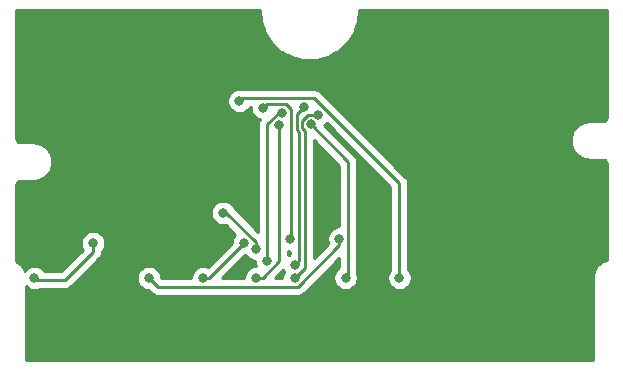
<source format=gbl>
%TF.GenerationSoftware,KiCad,Pcbnew,(5.1.8)-1*%
%TF.CreationDate,2020-12-20T15:01:14+01:00*%
%TF.ProjectId,GBA Cart,47424120-4361-4727-942e-6b696361645f,rev?*%
%TF.SameCoordinates,Original*%
%TF.FileFunction,Copper,L2,Bot*%
%TF.FilePolarity,Positive*%
%FSLAX46Y46*%
G04 Gerber Fmt 4.6, Leading zero omitted, Abs format (unit mm)*
G04 Created by KiCad (PCBNEW (5.1.8)-1) date 2020-12-20 15:01:14*
%MOMM*%
%LPD*%
G01*
G04 APERTURE LIST*
%TA.AperFunction,ViaPad*%
%ADD10C,0.800000*%
%TD*%
%TA.AperFunction,Conductor*%
%ADD11C,0.250000*%
%TD*%
%TA.AperFunction,NonConductor*%
%ADD12C,0.254000*%
%TD*%
%TA.AperFunction,NonConductor*%
%ADD13C,0.100000*%
%TD*%
G04 APERTURE END LIST*
D10*
%TO.N,VCC*%
X32479100Y-47153100D03*
X27511600Y-50096500D03*
%TO.N,A2*%
X37187800Y-50114200D03*
X53322800Y-46779100D03*
%TO.N,A5*%
X41811300Y-50113100D03*
X45263600Y-47169200D03*
%TO.N,A8*%
X46306200Y-50101700D03*
X48252000Y-37127000D03*
%TO.N,A9*%
X47214200Y-48668400D03*
X48470100Y-36126600D03*
%TO.N,A10*%
X49532400Y-50114200D03*
X51515800Y-36296700D03*
%TO.N,A11*%
X49564800Y-49044900D03*
X50331500Y-35619500D03*
%TO.N,A12*%
X46263900Y-47626800D03*
X43493500Y-44603900D03*
%TO.N,A13*%
X49180400Y-46837600D03*
X46867600Y-35697500D03*
%TO.N,A14*%
X53860800Y-50100200D03*
X50903400Y-37099200D03*
%TO.N,A17*%
X58405600Y-50102300D03*
X44857800Y-35123800D03*
%TD*%
D11*
%TO.N,VCC*%
X32479100Y-47153100D02*
X32479100Y-47899100D01*
X32479100Y-47899100D02*
X30101900Y-50276300D01*
X30101900Y-50276300D02*
X27691400Y-50276300D01*
X27691400Y-50276300D02*
X27511600Y-50096500D01*
%TO.N,A2*%
X37187800Y-50114200D02*
X37940400Y-50866800D01*
X37940400Y-50866800D02*
X49811100Y-50866800D01*
X49811100Y-50866800D02*
X53322800Y-47355100D01*
X53322800Y-47355100D02*
X53322800Y-46779100D01*
%TO.N,A5*%
X45263600Y-47169200D02*
X42319700Y-50113100D01*
X42319700Y-50113100D02*
X41811300Y-50113100D01*
%TO.N,A8*%
X46306200Y-50101700D02*
X46822200Y-50101700D01*
X46822200Y-50101700D02*
X48252000Y-48671900D01*
X48252000Y-48671900D02*
X48252000Y-37127000D01*
%TO.N,A9*%
X47214200Y-48668400D02*
X47214200Y-37107500D01*
X47214200Y-37107500D02*
X48195100Y-36126600D01*
X48195100Y-36126600D02*
X48470100Y-36126600D01*
%TO.N,A10*%
X51515800Y-36296700D02*
X50680200Y-36296700D01*
X50680200Y-36296700D02*
X50178100Y-36798800D01*
X50178100Y-36798800D02*
X50178100Y-37399600D01*
X50178100Y-37399600D02*
X50411900Y-37633400D01*
X50411900Y-37633400D02*
X50411900Y-49234700D01*
X50411900Y-49234700D02*
X49532400Y-50114200D01*
%TO.N,A11*%
X49564800Y-49044900D02*
X49911300Y-48698400D01*
X49911300Y-48698400D02*
X49911300Y-37769700D01*
X49911300Y-37769700D02*
X49727800Y-37586200D01*
X49727800Y-37586200D02*
X49727800Y-36223200D01*
X49727800Y-36223200D02*
X50331500Y-35619500D01*
%TO.N,A12*%
X46263900Y-47626800D02*
X46263900Y-47105400D01*
X46263900Y-47105400D02*
X43762500Y-44604000D01*
X43762500Y-44604000D02*
X43493500Y-44604000D01*
X43493500Y-44604000D02*
X43493500Y-44603900D01*
%TO.N,A13*%
X46867600Y-35697500D02*
X47172000Y-35393100D01*
X47172000Y-35393100D02*
X48816000Y-35393100D01*
X48816000Y-35393100D02*
X49195400Y-35772500D01*
X49195400Y-35772500D02*
X49195400Y-46822600D01*
X49195400Y-46822600D02*
X49180400Y-46837600D01*
%TO.N,A14*%
X50903400Y-37099200D02*
X54087600Y-40283400D01*
X54087600Y-40283400D02*
X54087600Y-49873400D01*
X54087600Y-49873400D02*
X53860800Y-50100200D01*
%TO.N,A17*%
X44857800Y-35123800D02*
X45108300Y-34873300D01*
X45108300Y-34873300D02*
X51167900Y-34873300D01*
X51167900Y-34873300D02*
X58405600Y-42111000D01*
X58405600Y-42111000D02*
X58405600Y-50102300D01*
%TD*%
D12*
X75956441Y-36480385D02*
X75947218Y-36574446D01*
X75929634Y-36632687D01*
X75901075Y-36686400D01*
X75862623Y-36733546D01*
X75815750Y-36772323D01*
X75762236Y-36801258D01*
X75704117Y-36819249D01*
X75612295Y-36828900D01*
X74507793Y-36828900D01*
X74473659Y-36832262D01*
X74461332Y-36832262D01*
X74451820Y-36833262D01*
X74267568Y-36853929D01*
X74206836Y-36866838D01*
X74145940Y-36878896D01*
X74136804Y-36881723D01*
X73960074Y-36937785D01*
X73903032Y-36962233D01*
X73845607Y-36985902D01*
X73837193Y-36990451D01*
X73674719Y-37079772D01*
X73623471Y-37114863D01*
X73571779Y-37149207D01*
X73564410Y-37155303D01*
X73422380Y-37274481D01*
X73378942Y-37318838D01*
X73334889Y-37362585D01*
X73328844Y-37369997D01*
X73212668Y-37514491D01*
X73178699Y-37566401D01*
X73143955Y-37617912D01*
X73139465Y-37626356D01*
X73053566Y-37790665D01*
X73030312Y-37848220D01*
X73006249Y-37905465D01*
X73003485Y-37914621D01*
X72951137Y-38092485D01*
X72939499Y-38153492D01*
X72927020Y-38214286D01*
X72926086Y-38223804D01*
X72909282Y-38408448D01*
X72909716Y-38470538D01*
X72909283Y-38532618D01*
X72910216Y-38542136D01*
X72929597Y-38726529D01*
X72942086Y-38787369D01*
X72953714Y-38848326D01*
X72956478Y-38857482D01*
X72956479Y-38857487D01*
X72956481Y-38857492D01*
X73011304Y-39034599D01*
X73035378Y-39091868D01*
X73058621Y-39149398D01*
X73063106Y-39157833D01*
X73063110Y-39157842D01*
X73063115Y-39157849D01*
X73151295Y-39320935D01*
X73186003Y-39372392D01*
X73220009Y-39424358D01*
X73226054Y-39431770D01*
X73344238Y-39574629D01*
X73388293Y-39618377D01*
X73431728Y-39662731D01*
X73439097Y-39668828D01*
X73582777Y-39786011D01*
X73634500Y-39820376D01*
X73685715Y-39855444D01*
X73694121Y-39859989D01*
X73694129Y-39859994D01*
X73694137Y-39859997D01*
X73857834Y-39947038D01*
X73915261Y-39970708D01*
X73972302Y-39995155D01*
X73981430Y-39997981D01*
X73981436Y-39997983D01*
X73981442Y-39997984D01*
X74158932Y-40051571D01*
X74219821Y-40063627D01*
X74280560Y-40076538D01*
X74290071Y-40077538D01*
X74474594Y-40095631D01*
X74474603Y-40095631D01*
X74507793Y-40098900D01*
X75607935Y-40098900D01*
X75701987Y-40108122D01*
X75760226Y-40125705D01*
X75813941Y-40154266D01*
X75861086Y-40192716D01*
X75899864Y-40239591D01*
X75928798Y-40293104D01*
X75946789Y-40351223D01*
X75956440Y-40443045D01*
X75956441Y-48569313D01*
X75936536Y-48573110D01*
X75927380Y-48575874D01*
X75778231Y-48622043D01*
X75721003Y-48646099D01*
X75663429Y-48669361D01*
X75654991Y-48673847D01*
X75654987Y-48673849D01*
X75654984Y-48673851D01*
X75517642Y-48748112D01*
X75466196Y-48782813D01*
X75414223Y-48816823D01*
X75406811Y-48822868D01*
X75286508Y-48922391D01*
X75242741Y-48966465D01*
X75198402Y-49009885D01*
X75192305Y-49017254D01*
X75093625Y-49138248D01*
X75059266Y-49189963D01*
X75024193Y-49241185D01*
X75019644Y-49249598D01*
X74946344Y-49387456D01*
X74922679Y-49444871D01*
X74898227Y-49501922D01*
X74895400Y-49511054D01*
X74895400Y-49511056D01*
X74895399Y-49511058D01*
X74850272Y-49660528D01*
X74838214Y-49721424D01*
X74825305Y-49782156D01*
X74824305Y-49791668D01*
X74809069Y-49947055D01*
X74809069Y-49947064D01*
X74805800Y-49980254D01*
X74805801Y-57028900D01*
X26775800Y-57028900D01*
X26775800Y-50824411D01*
X26851826Y-50900437D01*
X27021344Y-51013705D01*
X27209702Y-51091726D01*
X27409661Y-51131500D01*
X27613539Y-51131500D01*
X27813498Y-51091726D01*
X27947307Y-51036300D01*
X30064578Y-51036300D01*
X30101900Y-51039976D01*
X30139222Y-51036300D01*
X30139233Y-51036300D01*
X30250886Y-51025303D01*
X30394147Y-50981846D01*
X30526176Y-50911274D01*
X30641901Y-50816301D01*
X30665704Y-50787297D01*
X31440740Y-50012261D01*
X36152800Y-50012261D01*
X36152800Y-50216139D01*
X36192574Y-50416098D01*
X36270595Y-50604456D01*
X36383863Y-50773974D01*
X36528026Y-50918137D01*
X36697544Y-51031405D01*
X36885902Y-51109426D01*
X37085861Y-51149200D01*
X37147998Y-51149200D01*
X37376601Y-51377802D01*
X37400399Y-51406801D01*
X37429397Y-51430599D01*
X37516123Y-51501774D01*
X37648153Y-51572346D01*
X37791414Y-51615803D01*
X37903067Y-51626800D01*
X37903076Y-51626800D01*
X37940399Y-51630476D01*
X37977722Y-51626800D01*
X49773778Y-51626800D01*
X49811100Y-51630476D01*
X49848422Y-51626800D01*
X49848433Y-51626800D01*
X49960086Y-51615803D01*
X50103347Y-51572346D01*
X50235376Y-51501774D01*
X50351101Y-51406801D01*
X50374904Y-51377797D01*
X53327601Y-48425101D01*
X53327601Y-49211689D01*
X53201026Y-49296263D01*
X53056863Y-49440426D01*
X52943595Y-49609944D01*
X52865574Y-49798302D01*
X52825800Y-49998261D01*
X52825800Y-50202139D01*
X52865574Y-50402098D01*
X52943595Y-50590456D01*
X53056863Y-50759974D01*
X53201026Y-50904137D01*
X53370544Y-51017405D01*
X53558902Y-51095426D01*
X53758861Y-51135200D01*
X53962739Y-51135200D01*
X54162698Y-51095426D01*
X54351056Y-51017405D01*
X54520574Y-50904137D01*
X54664737Y-50759974D01*
X54778005Y-50590456D01*
X54856026Y-50402098D01*
X54895800Y-50202139D01*
X54895800Y-49998261D01*
X54856026Y-49798302D01*
X54847600Y-49777960D01*
X54847600Y-40320723D01*
X54851276Y-40283400D01*
X54847600Y-40246077D01*
X54847600Y-40246067D01*
X54836603Y-40134414D01*
X54793146Y-39991153D01*
X54722574Y-39859124D01*
X54627601Y-39743399D01*
X54598604Y-39719602D01*
X52058119Y-37179118D01*
X52175574Y-37100637D01*
X52248005Y-37028206D01*
X57645600Y-42425802D01*
X57645601Y-49398588D01*
X57601663Y-49442526D01*
X57488395Y-49612044D01*
X57410374Y-49800402D01*
X57370600Y-50000361D01*
X57370600Y-50204239D01*
X57410374Y-50404198D01*
X57488395Y-50592556D01*
X57601663Y-50762074D01*
X57745826Y-50906237D01*
X57915344Y-51019505D01*
X58103702Y-51097526D01*
X58303661Y-51137300D01*
X58507539Y-51137300D01*
X58707498Y-51097526D01*
X58895856Y-51019505D01*
X59065374Y-50906237D01*
X59209537Y-50762074D01*
X59322805Y-50592556D01*
X59400826Y-50404198D01*
X59440600Y-50204239D01*
X59440600Y-50000361D01*
X59400826Y-49800402D01*
X59322805Y-49612044D01*
X59209537Y-49442526D01*
X59165600Y-49398589D01*
X59165600Y-42148333D01*
X59169277Y-42111000D01*
X59157106Y-41987422D01*
X59154603Y-41962014D01*
X59111146Y-41818753D01*
X59040574Y-41686724D01*
X58945601Y-41570999D01*
X58916604Y-41547202D01*
X51731704Y-34362303D01*
X51707901Y-34333299D01*
X51592176Y-34238326D01*
X51460147Y-34167754D01*
X51316886Y-34124297D01*
X51205233Y-34113300D01*
X51205222Y-34113300D01*
X51167900Y-34109624D01*
X51130578Y-34113300D01*
X45145622Y-34113300D01*
X45108299Y-34109624D01*
X45078958Y-34112514D01*
X44959739Y-34088800D01*
X44755861Y-34088800D01*
X44555902Y-34128574D01*
X44367544Y-34206595D01*
X44198026Y-34319863D01*
X44053863Y-34464026D01*
X43940595Y-34633544D01*
X43862574Y-34821902D01*
X43822800Y-35021861D01*
X43822800Y-35225739D01*
X43862574Y-35425698D01*
X43940595Y-35614056D01*
X44053863Y-35783574D01*
X44198026Y-35927737D01*
X44367544Y-36041005D01*
X44555902Y-36119026D01*
X44755861Y-36158800D01*
X44959739Y-36158800D01*
X45159698Y-36119026D01*
X45348056Y-36041005D01*
X45517574Y-35927737D01*
X45661737Y-35783574D01*
X45762147Y-35633300D01*
X45832600Y-35633300D01*
X45832600Y-35799439D01*
X45872374Y-35999398D01*
X45950395Y-36187756D01*
X46063663Y-36357274D01*
X46207826Y-36501437D01*
X46377344Y-36614705D01*
X46565702Y-36692726D01*
X46573335Y-36694244D01*
X46508654Y-36815254D01*
X46478380Y-36915058D01*
X46465198Y-36958514D01*
X46454201Y-37070167D01*
X46450524Y-37107500D01*
X46454201Y-37144832D01*
X46454200Y-46220898D01*
X44455791Y-44222490D01*
X44410705Y-44113644D01*
X44297437Y-43944126D01*
X44153274Y-43799963D01*
X43983756Y-43686695D01*
X43795398Y-43608674D01*
X43595439Y-43568900D01*
X43391561Y-43568900D01*
X43191602Y-43608674D01*
X43003244Y-43686695D01*
X42833726Y-43799963D01*
X42689563Y-43944126D01*
X42576295Y-44113644D01*
X42498274Y-44302002D01*
X42458500Y-44501961D01*
X42458500Y-44705839D01*
X42498274Y-44905798D01*
X42576295Y-45094156D01*
X42689563Y-45263674D01*
X42833726Y-45407837D01*
X43003244Y-45521105D01*
X43191602Y-45599126D01*
X43391561Y-45638900D01*
X43595439Y-45638900D01*
X43701502Y-45617803D01*
X44526394Y-46442695D01*
X44459663Y-46509426D01*
X44346395Y-46678944D01*
X44268374Y-46867302D01*
X44228600Y-47067261D01*
X44228600Y-47129398D01*
X42202949Y-49155050D01*
X42113198Y-49117874D01*
X41913239Y-49078100D01*
X41709361Y-49078100D01*
X41509402Y-49117874D01*
X41321044Y-49195895D01*
X41151526Y-49309163D01*
X41007363Y-49453326D01*
X40894095Y-49622844D01*
X40816074Y-49811202D01*
X40776300Y-50011161D01*
X40776300Y-50106800D01*
X38255202Y-50106800D01*
X38222800Y-50074398D01*
X38222800Y-50012261D01*
X38183026Y-49812302D01*
X38105005Y-49623944D01*
X37991737Y-49454426D01*
X37847574Y-49310263D01*
X37678056Y-49196995D01*
X37489698Y-49118974D01*
X37289739Y-49079200D01*
X37085861Y-49079200D01*
X36885902Y-49118974D01*
X36697544Y-49196995D01*
X36528026Y-49310263D01*
X36383863Y-49454426D01*
X36270595Y-49623944D01*
X36192574Y-49812302D01*
X36152800Y-50012261D01*
X31440740Y-50012261D01*
X32990108Y-48462895D01*
X33019101Y-48439101D01*
X33042895Y-48410108D01*
X33042899Y-48410104D01*
X33100911Y-48339415D01*
X33114074Y-48323376D01*
X33184646Y-48191347D01*
X33228103Y-48048086D01*
X33239100Y-47936433D01*
X33239100Y-47936424D01*
X33242776Y-47899101D01*
X33239100Y-47861778D01*
X33239100Y-47856811D01*
X33283037Y-47812874D01*
X33396305Y-47643356D01*
X33474326Y-47454998D01*
X33514100Y-47255039D01*
X33514100Y-47051161D01*
X33474326Y-46851202D01*
X33396305Y-46662844D01*
X33283037Y-46493326D01*
X33138874Y-46349163D01*
X32969356Y-46235895D01*
X32780998Y-46157874D01*
X32581039Y-46118100D01*
X32377161Y-46118100D01*
X32177202Y-46157874D01*
X31988844Y-46235895D01*
X31819326Y-46349163D01*
X31675163Y-46493326D01*
X31561895Y-46662844D01*
X31483874Y-46851202D01*
X31444100Y-47051161D01*
X31444100Y-47255039D01*
X31483874Y-47454998D01*
X31561895Y-47643356D01*
X31601207Y-47702190D01*
X29787099Y-49516300D01*
X28368707Y-49516300D01*
X28315537Y-49436726D01*
X28171374Y-49292563D01*
X28001856Y-49179295D01*
X27813498Y-49101274D01*
X27613539Y-49061500D01*
X27409661Y-49061500D01*
X27209702Y-49101274D01*
X27021344Y-49179295D01*
X26851826Y-49292563D01*
X26707663Y-49436726D01*
X26675644Y-49484647D01*
X26658601Y-49444103D01*
X26635339Y-49386529D01*
X26630849Y-49378084D01*
X26556588Y-49240742D01*
X26521887Y-49189296D01*
X26487877Y-49137323D01*
X26481832Y-49129911D01*
X26382309Y-49009608D01*
X26338235Y-48965841D01*
X26294815Y-48921502D01*
X26287446Y-48915405D01*
X26166452Y-48816725D01*
X26114737Y-48782366D01*
X26063515Y-48747293D01*
X26055102Y-48742744D01*
X25975800Y-48700579D01*
X25975800Y-42247405D01*
X25985022Y-42153353D01*
X26002605Y-42095114D01*
X26031166Y-42041399D01*
X26069616Y-41994254D01*
X26116491Y-41955476D01*
X26170004Y-41926542D01*
X26228123Y-41908551D01*
X26319945Y-41898900D01*
X27424447Y-41898900D01*
X27458581Y-41895538D01*
X27470908Y-41895538D01*
X27480420Y-41894538D01*
X27664671Y-41873871D01*
X27725428Y-41860957D01*
X27786300Y-41848904D01*
X27795433Y-41846077D01*
X27795439Y-41846076D01*
X27795445Y-41846074D01*
X27972166Y-41790015D01*
X28029220Y-41765562D01*
X28086633Y-41741898D01*
X28095047Y-41737349D01*
X28257521Y-41648028D01*
X28308776Y-41612933D01*
X28360460Y-41578594D01*
X28367830Y-41572497D01*
X28509860Y-41453319D01*
X28553317Y-41408942D01*
X28597350Y-41365215D01*
X28603395Y-41357804D01*
X28719572Y-41213309D01*
X28753551Y-41161384D01*
X28788285Y-41109888D01*
X28792775Y-41101444D01*
X28878674Y-40937135D01*
X28901939Y-40879551D01*
X28925991Y-40822335D01*
X28928755Y-40813179D01*
X28981103Y-40635316D01*
X28992742Y-40574301D01*
X29005220Y-40513514D01*
X29006154Y-40503996D01*
X29022958Y-40319352D01*
X29022524Y-40257262D01*
X29022957Y-40195183D01*
X29022024Y-40185664D01*
X29002643Y-40001272D01*
X28990162Y-39940469D01*
X28978527Y-39879474D01*
X28975762Y-39870318D01*
X28975761Y-39870313D01*
X28975759Y-39870308D01*
X28920936Y-39693202D01*
X28896873Y-39635957D01*
X28873619Y-39578402D01*
X28869129Y-39569958D01*
X28780945Y-39406865D01*
X28746237Y-39355408D01*
X28712231Y-39303442D01*
X28706186Y-39296030D01*
X28588002Y-39153171D01*
X28543950Y-39109426D01*
X28500512Y-39065068D01*
X28493143Y-39058972D01*
X28493140Y-39058969D01*
X28493136Y-39058967D01*
X28349463Y-38941789D01*
X28297756Y-38907435D01*
X28246525Y-38872356D01*
X28238115Y-38867808D01*
X28238107Y-38867804D01*
X28074406Y-38780763D01*
X28017028Y-38757113D01*
X27959938Y-38732645D01*
X27950802Y-38729817D01*
X27773308Y-38676229D01*
X27712427Y-38664174D01*
X27651681Y-38651262D01*
X27642169Y-38650262D01*
X27457646Y-38632169D01*
X27457637Y-38632169D01*
X27424447Y-38628900D01*
X26324305Y-38628900D01*
X26230254Y-38619678D01*
X26172013Y-38602094D01*
X26118300Y-38573535D01*
X26071154Y-38535083D01*
X26032377Y-38488210D01*
X26003442Y-38434696D01*
X25985451Y-38376577D01*
X25975800Y-38284755D01*
X25975800Y-27398900D01*
X46605800Y-27398900D01*
X46605800Y-27547546D01*
X46608856Y-27578578D01*
X46608704Y-27600418D01*
X46609638Y-27609937D01*
X46681040Y-28289276D01*
X46693519Y-28350070D01*
X46705157Y-28411077D01*
X46707921Y-28420233D01*
X46909913Y-29072764D01*
X46933975Y-29130005D01*
X46957230Y-29187563D01*
X46961720Y-29196007D01*
X47286609Y-29796878D01*
X47321339Y-29848367D01*
X47355322Y-29900298D01*
X47361366Y-29907710D01*
X47796778Y-30434033D01*
X47840833Y-30477781D01*
X47884271Y-30522139D01*
X47891641Y-30528236D01*
X48420990Y-30959961D01*
X48472693Y-30994312D01*
X48523929Y-31029394D01*
X48532342Y-31033943D01*
X49135465Y-31354630D01*
X49192901Y-31378303D01*
X49249931Y-31402746D01*
X49259067Y-31405575D01*
X49912993Y-31603007D01*
X49973926Y-31615072D01*
X50034624Y-31627974D01*
X50044136Y-31628974D01*
X50723956Y-31695631D01*
X50753881Y-31695631D01*
X50783619Y-31698862D01*
X50793183Y-31698896D01*
X50817617Y-31698811D01*
X50847389Y-31695787D01*
X50877318Y-31695996D01*
X50886837Y-31695062D01*
X51566176Y-31623660D01*
X51626970Y-31611181D01*
X51687977Y-31599543D01*
X51697133Y-31596779D01*
X52349664Y-31394787D01*
X52406905Y-31370725D01*
X52464463Y-31347470D01*
X52472907Y-31342980D01*
X53073778Y-31018091D01*
X53125267Y-30983361D01*
X53177198Y-30949378D01*
X53184610Y-30943334D01*
X53710933Y-30507922D01*
X53754681Y-30463867D01*
X53799039Y-30420429D01*
X53805136Y-30413059D01*
X54236861Y-29883710D01*
X54271212Y-29832007D01*
X54306294Y-29780771D01*
X54310843Y-29772358D01*
X54631530Y-29169235D01*
X54655203Y-29111799D01*
X54679646Y-29054769D01*
X54682475Y-29045633D01*
X54879907Y-28391707D01*
X54891972Y-28330774D01*
X54904874Y-28270076D01*
X54905874Y-28260564D01*
X54972531Y-27580744D01*
X54972531Y-27580737D01*
X54975800Y-27547547D01*
X54975800Y-27398897D01*
X75956440Y-27398562D01*
X75956441Y-36480385D01*
%TA.AperFunction,NonConductor*%
D13*
G36*
X75956441Y-36480385D02*
G01*
X75947218Y-36574446D01*
X75929634Y-36632687D01*
X75901075Y-36686400D01*
X75862623Y-36733546D01*
X75815750Y-36772323D01*
X75762236Y-36801258D01*
X75704117Y-36819249D01*
X75612295Y-36828900D01*
X74507793Y-36828900D01*
X74473659Y-36832262D01*
X74461332Y-36832262D01*
X74451820Y-36833262D01*
X74267568Y-36853929D01*
X74206836Y-36866838D01*
X74145940Y-36878896D01*
X74136804Y-36881723D01*
X73960074Y-36937785D01*
X73903032Y-36962233D01*
X73845607Y-36985902D01*
X73837193Y-36990451D01*
X73674719Y-37079772D01*
X73623471Y-37114863D01*
X73571779Y-37149207D01*
X73564410Y-37155303D01*
X73422380Y-37274481D01*
X73378942Y-37318838D01*
X73334889Y-37362585D01*
X73328844Y-37369997D01*
X73212668Y-37514491D01*
X73178699Y-37566401D01*
X73143955Y-37617912D01*
X73139465Y-37626356D01*
X73053566Y-37790665D01*
X73030312Y-37848220D01*
X73006249Y-37905465D01*
X73003485Y-37914621D01*
X72951137Y-38092485D01*
X72939499Y-38153492D01*
X72927020Y-38214286D01*
X72926086Y-38223804D01*
X72909282Y-38408448D01*
X72909716Y-38470538D01*
X72909283Y-38532618D01*
X72910216Y-38542136D01*
X72929597Y-38726529D01*
X72942086Y-38787369D01*
X72953714Y-38848326D01*
X72956478Y-38857482D01*
X72956479Y-38857487D01*
X72956481Y-38857492D01*
X73011304Y-39034599D01*
X73035378Y-39091868D01*
X73058621Y-39149398D01*
X73063106Y-39157833D01*
X73063110Y-39157842D01*
X73063115Y-39157849D01*
X73151295Y-39320935D01*
X73186003Y-39372392D01*
X73220009Y-39424358D01*
X73226054Y-39431770D01*
X73344238Y-39574629D01*
X73388293Y-39618377D01*
X73431728Y-39662731D01*
X73439097Y-39668828D01*
X73582777Y-39786011D01*
X73634500Y-39820376D01*
X73685715Y-39855444D01*
X73694121Y-39859989D01*
X73694129Y-39859994D01*
X73694137Y-39859997D01*
X73857834Y-39947038D01*
X73915261Y-39970708D01*
X73972302Y-39995155D01*
X73981430Y-39997981D01*
X73981436Y-39997983D01*
X73981442Y-39997984D01*
X74158932Y-40051571D01*
X74219821Y-40063627D01*
X74280560Y-40076538D01*
X74290071Y-40077538D01*
X74474594Y-40095631D01*
X74474603Y-40095631D01*
X74507793Y-40098900D01*
X75607935Y-40098900D01*
X75701987Y-40108122D01*
X75760226Y-40125705D01*
X75813941Y-40154266D01*
X75861086Y-40192716D01*
X75899864Y-40239591D01*
X75928798Y-40293104D01*
X75946789Y-40351223D01*
X75956440Y-40443045D01*
X75956441Y-48569313D01*
X75936536Y-48573110D01*
X75927380Y-48575874D01*
X75778231Y-48622043D01*
X75721003Y-48646099D01*
X75663429Y-48669361D01*
X75654991Y-48673847D01*
X75654987Y-48673849D01*
X75654984Y-48673851D01*
X75517642Y-48748112D01*
X75466196Y-48782813D01*
X75414223Y-48816823D01*
X75406811Y-48822868D01*
X75286508Y-48922391D01*
X75242741Y-48966465D01*
X75198402Y-49009885D01*
X75192305Y-49017254D01*
X75093625Y-49138248D01*
X75059266Y-49189963D01*
X75024193Y-49241185D01*
X75019644Y-49249598D01*
X74946344Y-49387456D01*
X74922679Y-49444871D01*
X74898227Y-49501922D01*
X74895400Y-49511054D01*
X74895400Y-49511056D01*
X74895399Y-49511058D01*
X74850272Y-49660528D01*
X74838214Y-49721424D01*
X74825305Y-49782156D01*
X74824305Y-49791668D01*
X74809069Y-49947055D01*
X74809069Y-49947064D01*
X74805800Y-49980254D01*
X74805801Y-57028900D01*
X26775800Y-57028900D01*
X26775800Y-50824411D01*
X26851826Y-50900437D01*
X27021344Y-51013705D01*
X27209702Y-51091726D01*
X27409661Y-51131500D01*
X27613539Y-51131500D01*
X27813498Y-51091726D01*
X27947307Y-51036300D01*
X30064578Y-51036300D01*
X30101900Y-51039976D01*
X30139222Y-51036300D01*
X30139233Y-51036300D01*
X30250886Y-51025303D01*
X30394147Y-50981846D01*
X30526176Y-50911274D01*
X30641901Y-50816301D01*
X30665704Y-50787297D01*
X31440740Y-50012261D01*
X36152800Y-50012261D01*
X36152800Y-50216139D01*
X36192574Y-50416098D01*
X36270595Y-50604456D01*
X36383863Y-50773974D01*
X36528026Y-50918137D01*
X36697544Y-51031405D01*
X36885902Y-51109426D01*
X37085861Y-51149200D01*
X37147998Y-51149200D01*
X37376601Y-51377802D01*
X37400399Y-51406801D01*
X37429397Y-51430599D01*
X37516123Y-51501774D01*
X37648153Y-51572346D01*
X37791414Y-51615803D01*
X37903067Y-51626800D01*
X37903076Y-51626800D01*
X37940399Y-51630476D01*
X37977722Y-51626800D01*
X49773778Y-51626800D01*
X49811100Y-51630476D01*
X49848422Y-51626800D01*
X49848433Y-51626800D01*
X49960086Y-51615803D01*
X50103347Y-51572346D01*
X50235376Y-51501774D01*
X50351101Y-51406801D01*
X50374904Y-51377797D01*
X53327601Y-48425101D01*
X53327601Y-49211689D01*
X53201026Y-49296263D01*
X53056863Y-49440426D01*
X52943595Y-49609944D01*
X52865574Y-49798302D01*
X52825800Y-49998261D01*
X52825800Y-50202139D01*
X52865574Y-50402098D01*
X52943595Y-50590456D01*
X53056863Y-50759974D01*
X53201026Y-50904137D01*
X53370544Y-51017405D01*
X53558902Y-51095426D01*
X53758861Y-51135200D01*
X53962739Y-51135200D01*
X54162698Y-51095426D01*
X54351056Y-51017405D01*
X54520574Y-50904137D01*
X54664737Y-50759974D01*
X54778005Y-50590456D01*
X54856026Y-50402098D01*
X54895800Y-50202139D01*
X54895800Y-49998261D01*
X54856026Y-49798302D01*
X54847600Y-49777960D01*
X54847600Y-40320723D01*
X54851276Y-40283400D01*
X54847600Y-40246077D01*
X54847600Y-40246067D01*
X54836603Y-40134414D01*
X54793146Y-39991153D01*
X54722574Y-39859124D01*
X54627601Y-39743399D01*
X54598604Y-39719602D01*
X52058119Y-37179118D01*
X52175574Y-37100637D01*
X52248005Y-37028206D01*
X57645600Y-42425802D01*
X57645601Y-49398588D01*
X57601663Y-49442526D01*
X57488395Y-49612044D01*
X57410374Y-49800402D01*
X57370600Y-50000361D01*
X57370600Y-50204239D01*
X57410374Y-50404198D01*
X57488395Y-50592556D01*
X57601663Y-50762074D01*
X57745826Y-50906237D01*
X57915344Y-51019505D01*
X58103702Y-51097526D01*
X58303661Y-51137300D01*
X58507539Y-51137300D01*
X58707498Y-51097526D01*
X58895856Y-51019505D01*
X59065374Y-50906237D01*
X59209537Y-50762074D01*
X59322805Y-50592556D01*
X59400826Y-50404198D01*
X59440600Y-50204239D01*
X59440600Y-50000361D01*
X59400826Y-49800402D01*
X59322805Y-49612044D01*
X59209537Y-49442526D01*
X59165600Y-49398589D01*
X59165600Y-42148333D01*
X59169277Y-42111000D01*
X59157106Y-41987422D01*
X59154603Y-41962014D01*
X59111146Y-41818753D01*
X59040574Y-41686724D01*
X58945601Y-41570999D01*
X58916604Y-41547202D01*
X51731704Y-34362303D01*
X51707901Y-34333299D01*
X51592176Y-34238326D01*
X51460147Y-34167754D01*
X51316886Y-34124297D01*
X51205233Y-34113300D01*
X51205222Y-34113300D01*
X51167900Y-34109624D01*
X51130578Y-34113300D01*
X45145622Y-34113300D01*
X45108299Y-34109624D01*
X45078958Y-34112514D01*
X44959739Y-34088800D01*
X44755861Y-34088800D01*
X44555902Y-34128574D01*
X44367544Y-34206595D01*
X44198026Y-34319863D01*
X44053863Y-34464026D01*
X43940595Y-34633544D01*
X43862574Y-34821902D01*
X43822800Y-35021861D01*
X43822800Y-35225739D01*
X43862574Y-35425698D01*
X43940595Y-35614056D01*
X44053863Y-35783574D01*
X44198026Y-35927737D01*
X44367544Y-36041005D01*
X44555902Y-36119026D01*
X44755861Y-36158800D01*
X44959739Y-36158800D01*
X45159698Y-36119026D01*
X45348056Y-36041005D01*
X45517574Y-35927737D01*
X45661737Y-35783574D01*
X45762147Y-35633300D01*
X45832600Y-35633300D01*
X45832600Y-35799439D01*
X45872374Y-35999398D01*
X45950395Y-36187756D01*
X46063663Y-36357274D01*
X46207826Y-36501437D01*
X46377344Y-36614705D01*
X46565702Y-36692726D01*
X46573335Y-36694244D01*
X46508654Y-36815254D01*
X46478380Y-36915058D01*
X46465198Y-36958514D01*
X46454201Y-37070167D01*
X46450524Y-37107500D01*
X46454201Y-37144832D01*
X46454200Y-46220898D01*
X44455791Y-44222490D01*
X44410705Y-44113644D01*
X44297437Y-43944126D01*
X44153274Y-43799963D01*
X43983756Y-43686695D01*
X43795398Y-43608674D01*
X43595439Y-43568900D01*
X43391561Y-43568900D01*
X43191602Y-43608674D01*
X43003244Y-43686695D01*
X42833726Y-43799963D01*
X42689563Y-43944126D01*
X42576295Y-44113644D01*
X42498274Y-44302002D01*
X42458500Y-44501961D01*
X42458500Y-44705839D01*
X42498274Y-44905798D01*
X42576295Y-45094156D01*
X42689563Y-45263674D01*
X42833726Y-45407837D01*
X43003244Y-45521105D01*
X43191602Y-45599126D01*
X43391561Y-45638900D01*
X43595439Y-45638900D01*
X43701502Y-45617803D01*
X44526394Y-46442695D01*
X44459663Y-46509426D01*
X44346395Y-46678944D01*
X44268374Y-46867302D01*
X44228600Y-47067261D01*
X44228600Y-47129398D01*
X42202949Y-49155050D01*
X42113198Y-49117874D01*
X41913239Y-49078100D01*
X41709361Y-49078100D01*
X41509402Y-49117874D01*
X41321044Y-49195895D01*
X41151526Y-49309163D01*
X41007363Y-49453326D01*
X40894095Y-49622844D01*
X40816074Y-49811202D01*
X40776300Y-50011161D01*
X40776300Y-50106800D01*
X38255202Y-50106800D01*
X38222800Y-50074398D01*
X38222800Y-50012261D01*
X38183026Y-49812302D01*
X38105005Y-49623944D01*
X37991737Y-49454426D01*
X37847574Y-49310263D01*
X37678056Y-49196995D01*
X37489698Y-49118974D01*
X37289739Y-49079200D01*
X37085861Y-49079200D01*
X36885902Y-49118974D01*
X36697544Y-49196995D01*
X36528026Y-49310263D01*
X36383863Y-49454426D01*
X36270595Y-49623944D01*
X36192574Y-49812302D01*
X36152800Y-50012261D01*
X31440740Y-50012261D01*
X32990108Y-48462895D01*
X33019101Y-48439101D01*
X33042895Y-48410108D01*
X33042899Y-48410104D01*
X33100911Y-48339415D01*
X33114074Y-48323376D01*
X33184646Y-48191347D01*
X33228103Y-48048086D01*
X33239100Y-47936433D01*
X33239100Y-47936424D01*
X33242776Y-47899101D01*
X33239100Y-47861778D01*
X33239100Y-47856811D01*
X33283037Y-47812874D01*
X33396305Y-47643356D01*
X33474326Y-47454998D01*
X33514100Y-47255039D01*
X33514100Y-47051161D01*
X33474326Y-46851202D01*
X33396305Y-46662844D01*
X33283037Y-46493326D01*
X33138874Y-46349163D01*
X32969356Y-46235895D01*
X32780998Y-46157874D01*
X32581039Y-46118100D01*
X32377161Y-46118100D01*
X32177202Y-46157874D01*
X31988844Y-46235895D01*
X31819326Y-46349163D01*
X31675163Y-46493326D01*
X31561895Y-46662844D01*
X31483874Y-46851202D01*
X31444100Y-47051161D01*
X31444100Y-47255039D01*
X31483874Y-47454998D01*
X31561895Y-47643356D01*
X31601207Y-47702190D01*
X29787099Y-49516300D01*
X28368707Y-49516300D01*
X28315537Y-49436726D01*
X28171374Y-49292563D01*
X28001856Y-49179295D01*
X27813498Y-49101274D01*
X27613539Y-49061500D01*
X27409661Y-49061500D01*
X27209702Y-49101274D01*
X27021344Y-49179295D01*
X26851826Y-49292563D01*
X26707663Y-49436726D01*
X26675644Y-49484647D01*
X26658601Y-49444103D01*
X26635339Y-49386529D01*
X26630849Y-49378084D01*
X26556588Y-49240742D01*
X26521887Y-49189296D01*
X26487877Y-49137323D01*
X26481832Y-49129911D01*
X26382309Y-49009608D01*
X26338235Y-48965841D01*
X26294815Y-48921502D01*
X26287446Y-48915405D01*
X26166452Y-48816725D01*
X26114737Y-48782366D01*
X26063515Y-48747293D01*
X26055102Y-48742744D01*
X25975800Y-48700579D01*
X25975800Y-42247405D01*
X25985022Y-42153353D01*
X26002605Y-42095114D01*
X26031166Y-42041399D01*
X26069616Y-41994254D01*
X26116491Y-41955476D01*
X26170004Y-41926542D01*
X26228123Y-41908551D01*
X26319945Y-41898900D01*
X27424447Y-41898900D01*
X27458581Y-41895538D01*
X27470908Y-41895538D01*
X27480420Y-41894538D01*
X27664671Y-41873871D01*
X27725428Y-41860957D01*
X27786300Y-41848904D01*
X27795433Y-41846077D01*
X27795439Y-41846076D01*
X27795445Y-41846074D01*
X27972166Y-41790015D01*
X28029220Y-41765562D01*
X28086633Y-41741898D01*
X28095047Y-41737349D01*
X28257521Y-41648028D01*
X28308776Y-41612933D01*
X28360460Y-41578594D01*
X28367830Y-41572497D01*
X28509860Y-41453319D01*
X28553317Y-41408942D01*
X28597350Y-41365215D01*
X28603395Y-41357804D01*
X28719572Y-41213309D01*
X28753551Y-41161384D01*
X28788285Y-41109888D01*
X28792775Y-41101444D01*
X28878674Y-40937135D01*
X28901939Y-40879551D01*
X28925991Y-40822335D01*
X28928755Y-40813179D01*
X28981103Y-40635316D01*
X28992742Y-40574301D01*
X29005220Y-40513514D01*
X29006154Y-40503996D01*
X29022958Y-40319352D01*
X29022524Y-40257262D01*
X29022957Y-40195183D01*
X29022024Y-40185664D01*
X29002643Y-40001272D01*
X28990162Y-39940469D01*
X28978527Y-39879474D01*
X28975762Y-39870318D01*
X28975761Y-39870313D01*
X28975759Y-39870308D01*
X28920936Y-39693202D01*
X28896873Y-39635957D01*
X28873619Y-39578402D01*
X28869129Y-39569958D01*
X28780945Y-39406865D01*
X28746237Y-39355408D01*
X28712231Y-39303442D01*
X28706186Y-39296030D01*
X28588002Y-39153171D01*
X28543950Y-39109426D01*
X28500512Y-39065068D01*
X28493143Y-39058972D01*
X28493140Y-39058969D01*
X28493136Y-39058967D01*
X28349463Y-38941789D01*
X28297756Y-38907435D01*
X28246525Y-38872356D01*
X28238115Y-38867808D01*
X28238107Y-38867804D01*
X28074406Y-38780763D01*
X28017028Y-38757113D01*
X27959938Y-38732645D01*
X27950802Y-38729817D01*
X27773308Y-38676229D01*
X27712427Y-38664174D01*
X27651681Y-38651262D01*
X27642169Y-38650262D01*
X27457646Y-38632169D01*
X27457637Y-38632169D01*
X27424447Y-38628900D01*
X26324305Y-38628900D01*
X26230254Y-38619678D01*
X26172013Y-38602094D01*
X26118300Y-38573535D01*
X26071154Y-38535083D01*
X26032377Y-38488210D01*
X26003442Y-38434696D01*
X25985451Y-38376577D01*
X25975800Y-38284755D01*
X25975800Y-27398900D01*
X46605800Y-27398900D01*
X46605800Y-27547546D01*
X46608856Y-27578578D01*
X46608704Y-27600418D01*
X46609638Y-27609937D01*
X46681040Y-28289276D01*
X46693519Y-28350070D01*
X46705157Y-28411077D01*
X46707921Y-28420233D01*
X46909913Y-29072764D01*
X46933975Y-29130005D01*
X46957230Y-29187563D01*
X46961720Y-29196007D01*
X47286609Y-29796878D01*
X47321339Y-29848367D01*
X47355322Y-29900298D01*
X47361366Y-29907710D01*
X47796778Y-30434033D01*
X47840833Y-30477781D01*
X47884271Y-30522139D01*
X47891641Y-30528236D01*
X48420990Y-30959961D01*
X48472693Y-30994312D01*
X48523929Y-31029394D01*
X48532342Y-31033943D01*
X49135465Y-31354630D01*
X49192901Y-31378303D01*
X49249931Y-31402746D01*
X49259067Y-31405575D01*
X49912993Y-31603007D01*
X49973926Y-31615072D01*
X50034624Y-31627974D01*
X50044136Y-31628974D01*
X50723956Y-31695631D01*
X50753881Y-31695631D01*
X50783619Y-31698862D01*
X50793183Y-31698896D01*
X50817617Y-31698811D01*
X50847389Y-31695787D01*
X50877318Y-31695996D01*
X50886837Y-31695062D01*
X51566176Y-31623660D01*
X51626970Y-31611181D01*
X51687977Y-31599543D01*
X51697133Y-31596779D01*
X52349664Y-31394787D01*
X52406905Y-31370725D01*
X52464463Y-31347470D01*
X52472907Y-31342980D01*
X53073778Y-31018091D01*
X53125267Y-30983361D01*
X53177198Y-30949378D01*
X53184610Y-30943334D01*
X53710933Y-30507922D01*
X53754681Y-30463867D01*
X53799039Y-30420429D01*
X53805136Y-30413059D01*
X54236861Y-29883710D01*
X54271212Y-29832007D01*
X54306294Y-29780771D01*
X54310843Y-29772358D01*
X54631530Y-29169235D01*
X54655203Y-29111799D01*
X54679646Y-29054769D01*
X54682475Y-29045633D01*
X54879907Y-28391707D01*
X54891972Y-28330774D01*
X54904874Y-28270076D01*
X54905874Y-28260564D01*
X54972531Y-27580744D01*
X54972531Y-27580737D01*
X54975800Y-27547547D01*
X54975800Y-27398897D01*
X75956440Y-27398562D01*
X75956441Y-36480385D01*
G37*
%TD.AperFunction*%
D12*
X48647595Y-49535156D02*
X48661058Y-49555305D01*
X48615195Y-49623944D01*
X48537174Y-49812302D01*
X48497400Y-50012261D01*
X48497400Y-50106800D01*
X47891901Y-50106800D01*
X48593688Y-49405014D01*
X48647595Y-49535156D01*
%TA.AperFunction,NonConductor*%
D13*
G36*
X48647595Y-49535156D02*
G01*
X48661058Y-49555305D01*
X48615195Y-49623944D01*
X48537174Y-49812302D01*
X48497400Y-50012261D01*
X48497400Y-50106800D01*
X47891901Y-50106800D01*
X48593688Y-49405014D01*
X48647595Y-49535156D01*
G37*
%TD.AperFunction*%
D12*
X45459963Y-48286574D02*
X45604126Y-48430737D01*
X45773644Y-48544005D01*
X45962002Y-48622026D01*
X46161961Y-48661800D01*
X46179200Y-48661800D01*
X46179200Y-48770339D01*
X46218974Y-48970298D01*
X46258905Y-49066700D01*
X46204261Y-49066700D01*
X46004302Y-49106474D01*
X45815944Y-49184495D01*
X45646426Y-49297763D01*
X45502263Y-49441926D01*
X45388995Y-49611444D01*
X45310974Y-49799802D01*
X45271200Y-49999761D01*
X45271200Y-50106800D01*
X43400801Y-50106800D01*
X45303402Y-48204200D01*
X45365539Y-48204200D01*
X45400302Y-48197285D01*
X45459963Y-48286574D01*
%TA.AperFunction,NonConductor*%
D13*
G36*
X45459963Y-48286574D02*
G01*
X45604126Y-48430737D01*
X45773644Y-48544005D01*
X45962002Y-48622026D01*
X46161961Y-48661800D01*
X46179200Y-48661800D01*
X46179200Y-48770339D01*
X46218974Y-48970298D01*
X46258905Y-49066700D01*
X46204261Y-49066700D01*
X46004302Y-49106474D01*
X45815944Y-49184495D01*
X45646426Y-49297763D01*
X45502263Y-49441926D01*
X45388995Y-49611444D01*
X45310974Y-49799802D01*
X45271200Y-49999761D01*
X45271200Y-50106800D01*
X43400801Y-50106800D01*
X45303402Y-48204200D01*
X45365539Y-48204200D01*
X45400302Y-48197285D01*
X45459963Y-48286574D01*
G37*
%TD.AperFunction*%
D12*
X53327600Y-40598202D02*
X53327601Y-45744100D01*
X53220861Y-45744100D01*
X53020902Y-45783874D01*
X52832544Y-45861895D01*
X52663026Y-45975163D01*
X52518863Y-46119326D01*
X52405595Y-46288844D01*
X52327574Y-46477202D01*
X52287800Y-46677161D01*
X52287800Y-46881039D01*
X52327574Y-47080998D01*
X52384550Y-47218548D01*
X51171900Y-48431198D01*
X51171900Y-38442501D01*
X53327600Y-40598202D01*
%TA.AperFunction,NonConductor*%
D13*
G36*
X53327600Y-40598202D02*
G01*
X53327601Y-45744100D01*
X53220861Y-45744100D01*
X53020902Y-45783874D01*
X52832544Y-45861895D01*
X52663026Y-45975163D01*
X52518863Y-46119326D01*
X52405595Y-46288844D01*
X52327574Y-46477202D01*
X52287800Y-46677161D01*
X52287800Y-46881039D01*
X52327574Y-47080998D01*
X52384550Y-47218548D01*
X51171900Y-48431198D01*
X51171900Y-38442501D01*
X53327600Y-40598202D01*
G37*
%TD.AperFunction*%
D12*
X49078461Y-47872600D02*
X49151300Y-47872600D01*
X49151300Y-48095901D01*
X49074544Y-48127695D01*
X49012000Y-48169485D01*
X49012000Y-47859380D01*
X49078461Y-47872600D01*
%TA.AperFunction,NonConductor*%
D13*
G36*
X49078461Y-47872600D02*
G01*
X49151300Y-47872600D01*
X49151300Y-48095901D01*
X49074544Y-48127695D01*
X49012000Y-48169485D01*
X49012000Y-47859380D01*
X49078461Y-47872600D01*
G37*
%TD.AperFunction*%
M02*

</source>
